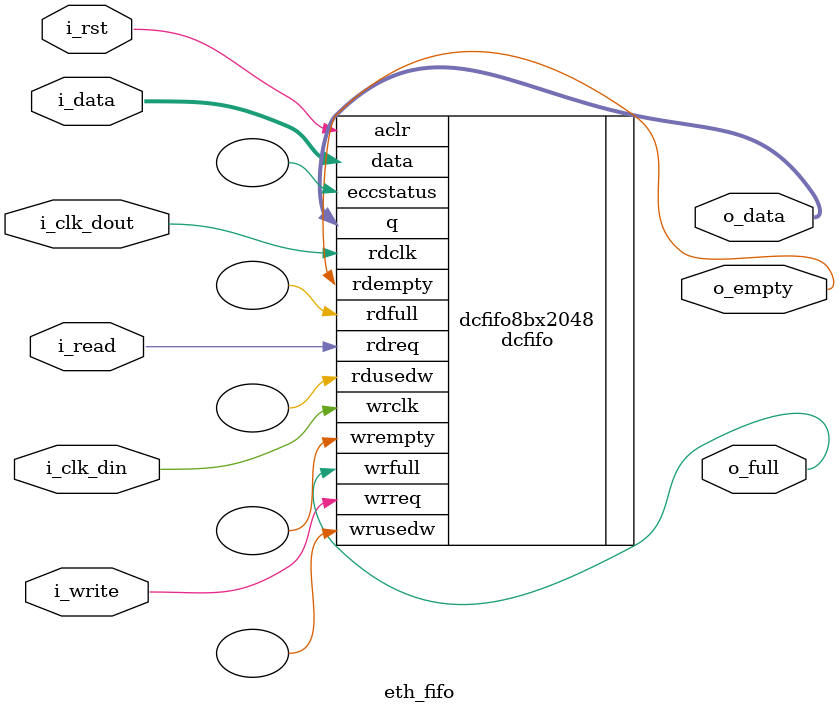
<source format=v>
`timescale 1ns/1ns

module eth_fifo (
  //  sys
  input         i_rst,
  //  input data
  input         i_clk_din,
  input   [7:0] i_data,
  input         i_write,
  //  output data
  input         i_clk_dout,
  output  [7:0] o_data,
  input         i_read,
  //  control signals
  output        o_empty,  o_full
);

dcfifo dcfifo8bx2048 (
  .aclr     (i_rst),
  .wrclk    (i_clk_din),
  .data     (i_data),
  .wrreq    (i_write),
  .rdclk    (i_clk_dout),
  .q        (o_data),
  .rdreq    (i_read),
  .rdempty  (o_empty),
  .wrfull   (o_full),
  .eccstatus(),
  .wrempty  (),
  .wrusedw  (),
  .rdfull   (),
  .rdusedw  ()
);
defparam
  dcfifo8bx2048.intended_device_family = "Cyclone V",
  dcfifo8bx2048.lpm_numwords = 2048,
  dcfifo8bx2048.lpm_showahead = "OFF",
  dcfifo8bx2048.lpm_type = "dcfifo",
  dcfifo8bx2048.lpm_width = 8,
  dcfifo8bx2048.lpm_widthu = 11,
  dcfifo8bx2048.overflow_checking = "ON",
  dcfifo8bx2048.rdsync_delaypipe = 4,
  dcfifo8bx2048.read_aclr_synch = "ON",
  dcfifo8bx2048.underflow_checking = "ON",
  dcfifo8bx2048.use_eab = "ON",
  dcfifo8bx2048.write_aclr_synch = "ON",
  dcfifo8bx2048.wrsync_delaypipe = 4;

endmodule

</source>
